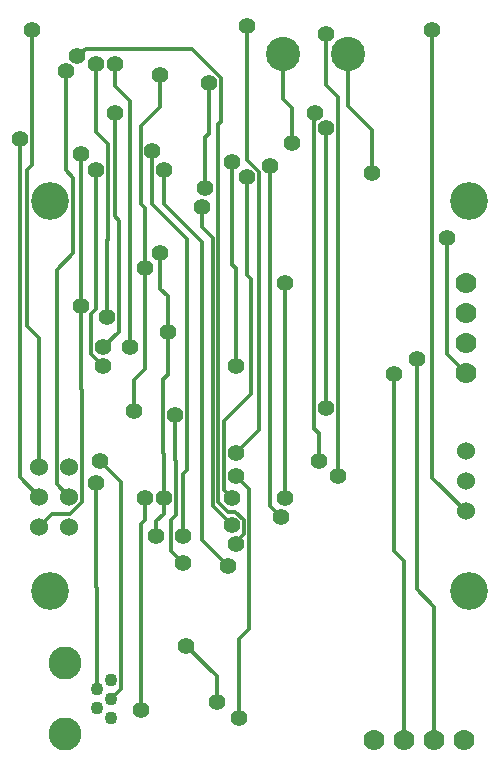
<source format=gbl>
*
*
G04 PADS 9.3.1 Build Number: 456998 generated Gerber (RS-274-X) file*
G04 PC Version=2.1*
*
%IN "DriveFeedback.pcb"*%
*
%MOIN*%
*
%FSLAX35Y35*%
*
*
*
*
G04 PC Standard Apertures*
*
*
G04 Thermal Relief Aperture macro.*
%AMTER*
1,1,$1,0,0*
1,0,$1-$2,0,0*
21,0,$3,$4,0,0,45*
21,0,$3,$4,0,0,135*
%
*
*
G04 Annular Aperture macro.*
%AMANN*
1,1,$1,0,0*
1,0,$2,0,0*
%
*
*
G04 Odd Aperture macro.*
%AMODD*
1,1,$1,0,0*
1,0,$1-0.005,0,0*
%
*
*
G04 PC Custom Aperture Macros*
*
*
*
*
*
*
G04 PC Aperture Table*
*
%ADD010C,0.001*%
%ADD026C,0.06*%
%ADD037C,0.055*%
%ADD051C,0.07*%
%ADD168C,0.04331*%
%ADD169C,0.11024*%
%ADD175C,0.11417*%
%ADD193C,0.12598*%
%ADD194C,0.012*%
*
*
*
*
G04 PC Circuitry*
G04 Layer Name DriveFeedback.pcb - circuitry*
%LPD*%
*
*
G04 PC Custom Flashes*
G04 Layer Name DriveFeedback.pcb - flashes*
%LPD*%
*
*
G04 PC Circuitry*
G04 Layer Name DriveFeedback.pcb - circuitry*
%LPD*%
*
G54D10*
G54D26*
G01X10157Y106339D03*
X20157D03*
X10157Y96339D03*
X20157D03*
X10157Y86339D03*
X20157D03*
X152362Y91417D03*
Y101417D03*
Y111417D03*
G54D37*
X44094Y25197D03*
X69291Y27717D03*
X76850Y22677D03*
X59213Y46614D03*
X57953Y74331D03*
X73071Y73071D03*
X49134Y83150D03*
X57953D03*
X74331Y86929D03*
X75591Y80630D03*
X45354Y95748D03*
X51654D03*
X74331D03*
X91969D03*
X90709Y89449D03*
X28976Y100787D03*
X30236Y108346D03*
X75591Y103307D03*
X109606D03*
X103307Y108346D03*
X75591Y110866D03*
X41575Y124724D03*
X55433Y123465D03*
X105827Y125984D03*
X128504Y137323D03*
X31496Y139843D03*
Y146142D03*
X40315D03*
X75591Y139843D03*
X136063Y142362D03*
X32756Y156220D03*
X52913Y151181D03*
X23937Y160000D03*
X91969Y167559D03*
X50394Y177638D03*
X45354Y172598D03*
X146142Y182677D03*
X64252Y192756D03*
X28976Y205354D03*
X51654D03*
X65512Y199055D03*
X79370Y202835D03*
X74331Y207874D03*
X86929Y206614D03*
X120945Y204094D03*
X3780Y215433D03*
X23937Y210394D03*
X47874Y211654D03*
X94488Y214173D03*
X35276Y224252D03*
X105827Y219213D03*
X102047Y224252D03*
X18898Y238110D03*
X50394Y236850D03*
X66772Y234331D03*
X22677Y243150D03*
X28976Y240630D03*
X35276D03*
X7559Y251969D03*
X79370Y253228D03*
X105827Y250709D03*
X141102Y251969D03*
G54D51*
X152362Y167598D03*
Y157598D03*
Y147598D03*
Y137598D03*
X121890Y15236D03*
X131890D03*
X141890D03*
X151890D03*
G54D168*
X34016Y35276D03*
X29291Y32126D03*
X34016Y28976D03*
X29291Y25827D03*
X34016Y22677D03*
G54D169*
X18858Y17165D03*
Y40787D03*
G54D175*
X91417Y243780D03*
X113071D03*
G54D193*
X13780Y64961D03*
Y194882D03*
X153543D03*
Y64961D03*
G54D194*
X131890Y15236D02*
Y74962D01*
X128504Y78347*
Y137323*
X141890Y15236D02*
Y59640D01*
X136063Y65467*
Y142362*
X44094Y25197D02*
Y87117D01*
X45354Y88377*
Y95748*
X69291Y27717D02*
Y36535D01*
X59213Y46614*
X76850Y22677D02*
Y48946D01*
X80081Y52176*
X29291Y32126D02*
Y66007D01*
X28976Y66322*
Y100787*
X34016Y28976D02*
X37381Y32342D01*
Y101202*
X80081Y52176D02*
Y98817D01*
X75591Y103307*
X54003Y78281D02*
Y88648D01*
X55604Y90249*
X57953Y74331D02*
X54003Y78281D01*
X73071Y73071D02*
X64252Y81890D01*
Y181302*
X51654Y193900*
Y205354*
X10157Y86339D02*
X14528Y90709D01*
X20467*
X24357Y94599*
Y131854*
X49134Y83150D02*
Y88189D01*
X51654Y90709*
Y95748*
X57953Y83150D02*
Y103749D01*
X59383Y105179*
X75317Y80903D02*
X78281Y83867D01*
Y88565*
X75507Y91339*
X73154*
X69841Y94652*
X74331Y86929D02*
X68031Y93228D01*
Y182547*
X64252Y186327*
Y192756*
X75591Y80630D02*
X75317Y80903D01*
X10157Y96339D02*
X3780Y102717D01*
Y215433*
X20157Y96339D02*
X15957Y100539D01*
X55604Y90249D02*
Y108364D01*
X55433Y108535*
Y123465*
X51654Y95748D02*
Y110678D01*
X51483Y110848*
Y135451*
X69841Y94652D02*
Y220392D01*
X70722Y221273*
X74331Y95748D02*
X71641Y98644D01*
X91969Y95748D02*
Y167559D01*
X90709Y89449D02*
X86929Y93228D01*
Y206614*
X152362Y91417D02*
X141102Y102677D01*
Y251969*
X10157Y106339D02*
Y149112D01*
X6130Y153140*
Y205124*
X15957Y100539D02*
Y171924D01*
X21429Y177396*
X37381Y101202D02*
X30236Y108346D01*
X59383Y105179D02*
Y182250D01*
X47704Y193930*
X71641Y98644D02*
Y121404D01*
X80630Y130394*
X109606Y103307D02*
Y115717D01*
X109777Y115888*
X103307Y108346D02*
Y117607D01*
X101877Y119037*
X75591Y110866D02*
X83320Y118596D01*
Y204554*
X109777Y115888D02*
Y229706D01*
X105827Y233656*
Y250709*
X41575Y124724D02*
Y135245D01*
X45354Y139024*
Y172598*
X101877Y119037D02*
Y224252D01*
X102047*
X105827Y125984D02*
Y219213D01*
X24357Y131854D02*
X23937Y132274D01*
Y160000*
X51483Y135451D02*
X52913Y136881D01*
Y151181*
X80630Y130394D02*
Y169007D01*
X79370Y170267*
Y202835*
X152362Y137598D02*
X146142Y143819D01*
Y182677*
X27546Y143793D02*
Y157310D01*
X28976Y158740*
Y205354*
X31496Y139843D02*
X27546Y143793D01*
X31496Y146142D02*
X36706Y151352D01*
X40315Y146142D02*
Y228220D01*
X35276Y233259*
Y240630*
X75591Y139843D02*
Y172410D01*
X74331Y173670*
Y207874*
X36706Y151352D02*
Y188364D01*
X35276Y189794*
Y224252*
X32756Y156220D02*
Y181859D01*
X32926Y182030*
X52913Y151181D02*
Y163150D01*
X50394Y165669*
Y177638*
X23937Y160000D02*
Y210394D01*
X21429Y177396D02*
Y202683D01*
X18898Y205214*
Y238110*
X45354Y172598D02*
Y192568D01*
X43924Y193998*
X32926Y182030D02*
Y214003D01*
X28976Y217953*
Y240630*
X43924Y193998D02*
Y219860D01*
X50394Y226330*
Y236850*
X47704Y193930D02*
Y207262D01*
X47874Y207432*
Y211654*
X6130Y205124D02*
X7730Y206723D01*
Y232459*
X65512Y199055D02*
Y216063D01*
X66772Y217323*
Y234331*
X83320Y204554D02*
X79370Y208504D01*
Y253228*
X120945Y204094D02*
Y218521D01*
X113071Y226395*
Y243780*
X94488Y214173D02*
Y225962D01*
X91417Y229032*
Y243780*
X70722Y221273D02*
Y235967D01*
X61019Y245669*
X7730Y232459D02*
X7559Y232629D01*
Y251969*
X22677Y243150D02*
X25744Y245669D01*
X61019*
X0Y0D02*
M02*

</source>
